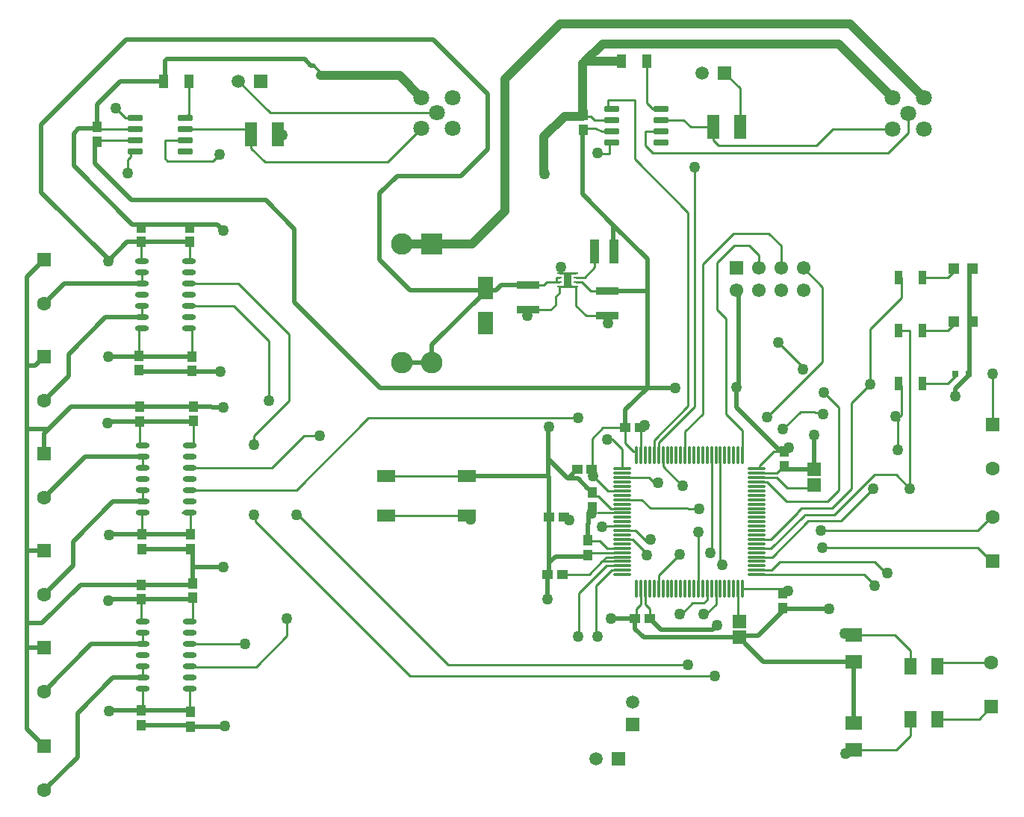
<source format=gbr>
%TF.GenerationSoftware,Altium Limited,Altium Designer,19.1.8 (144)*%
G04 Layer_Physical_Order=1*
G04 Layer_Color=255*
%FSLAX25Y25*%
%MOIN*%
%TF.FileFunction,Copper,L1,Top,Signal*%
%TF.Part,Single*%
G01*
G75*
%TA.AperFunction,SMDPad,CuDef*%
%ADD10R,0.04166X0.04749*%
%ADD11O,0.06102X0.02362*%
%ADD12R,0.03543X0.06299*%
%ADD13O,0.01181X0.08268*%
%ADD14O,0.08268X0.01181*%
%ADD15R,0.04749X0.04166*%
%ADD16R,0.04724X0.04724*%
%ADD17R,0.06127X0.05924*%
%ADD18R,0.10236X0.03740*%
%ADD19R,0.03937X0.10630*%
%ADD20R,0.03543X0.06299*%
%ADD21R,0.01968X0.01102*%
%ADD22R,0.06693X0.09843*%
%ADD23R,0.05315X0.07284*%
%ADD24R,0.07480X0.05906*%
%ADD25R,0.03150X0.03150*%
%ADD26R,0.08268X0.05512*%
%ADD27R,0.05709X0.11024*%
G04:AMPARAMS|DCode=28|XSize=25.59mil|YSize=64.96mil|CornerRadius=1.92mil|HoleSize=0mil|Usage=FLASHONLY|Rotation=90.000|XOffset=0mil|YOffset=0mil|HoleType=Round|Shape=RoundedRectangle|*
%AMROUNDEDRECTD28*
21,1,0.02559,0.06112,0,0,90.0*
21,1,0.02175,0.06496,0,0,90.0*
1,1,0.00384,0.03056,0.01088*
1,1,0.00384,0.03056,-0.01088*
1,1,0.00384,-0.03056,-0.01088*
1,1,0.00384,-0.03056,0.01088*
%
%ADD28ROUNDEDRECTD28*%
%ADD29R,0.04331X0.06496*%
%TA.AperFunction,Conductor*%
%ADD30C,0.01000*%
%ADD31C,0.01968*%
%ADD32C,0.03937*%
%TA.AperFunction,ComponentPad*%
%ADD33C,0.07087*%
%ADD34R,0.09646X0.09646*%
%ADD35C,0.09646*%
%ADD36R,0.06299X0.06299*%
%ADD37C,0.06299*%
%ADD38C,0.06102*%
%ADD39R,0.06102X0.06102*%
%ADD40R,0.05906X0.05906*%
%ADD41C,0.05906*%
%ADD42R,0.05906X0.05906*%
%TA.AperFunction,ViaPad*%
%ADD43C,0.05000*%
%ADD44C,0.07087*%
%ADD45C,0.01968*%
D10*
X82677Y263393D02*
D03*
Y256890D02*
D03*
X61024Y263393D02*
D03*
Y256890D02*
D03*
X83661Y199205D02*
D03*
Y205709D02*
D03*
X60039Y199504D02*
D03*
Y206008D02*
D03*
X41397Y308168D02*
D03*
Y301664D02*
D03*
X258228Y313581D02*
D03*
Y307078D02*
D03*
X84310Y176861D02*
D03*
Y183365D02*
D03*
X60393Y176763D02*
D03*
Y183266D02*
D03*
X82932Y46948D02*
D03*
Y40444D02*
D03*
X60984Y47637D02*
D03*
Y41133D02*
D03*
X83818Y97924D02*
D03*
Y104428D02*
D03*
X61082Y97235D02*
D03*
Y103739D02*
D03*
X83129Y126180D02*
D03*
Y119676D02*
D03*
X61180Y126180D02*
D03*
Y119676D02*
D03*
X262165Y138377D02*
D03*
Y144881D02*
D03*
X347893Y156684D02*
D03*
Y163188D02*
D03*
X260196Y123522D02*
D03*
Y117018D02*
D03*
X347401Y93396D02*
D03*
Y99900D02*
D03*
D11*
X61417Y248268D02*
D03*
Y243268D02*
D03*
Y238268D02*
D03*
Y233268D02*
D03*
Y228268D02*
D03*
Y223268D02*
D03*
Y218268D02*
D03*
X82284Y248268D02*
D03*
Y243268D02*
D03*
Y238268D02*
D03*
Y233268D02*
D03*
Y228268D02*
D03*
Y223268D02*
D03*
Y218268D02*
D03*
X82637Y57180D02*
D03*
Y62180D02*
D03*
Y67180D02*
D03*
Y72180D02*
D03*
Y77180D02*
D03*
Y82180D02*
D03*
Y87180D02*
D03*
X61771Y57180D02*
D03*
Y62180D02*
D03*
Y67180D02*
D03*
Y72180D02*
D03*
Y77180D02*
D03*
Y82180D02*
D03*
Y87180D02*
D03*
X82637Y135920D02*
D03*
Y140920D02*
D03*
Y145920D02*
D03*
Y150920D02*
D03*
Y155920D02*
D03*
Y160920D02*
D03*
Y165920D02*
D03*
X61771Y135920D02*
D03*
Y140920D02*
D03*
Y145920D02*
D03*
Y150920D02*
D03*
Y155920D02*
D03*
Y160920D02*
D03*
Y165920D02*
D03*
D12*
X409507Y241038D02*
D03*
X398877D02*
D03*
X409507Y217416D02*
D03*
X398877D02*
D03*
X409507Y193794D02*
D03*
X398877D02*
D03*
D13*
X282058Y161794D02*
D03*
X284027D02*
D03*
X285995D02*
D03*
X287964D02*
D03*
X289932D02*
D03*
X291901D02*
D03*
X293869D02*
D03*
X295838D02*
D03*
X297806D02*
D03*
X299775D02*
D03*
X301743D02*
D03*
X303712D02*
D03*
X305680D02*
D03*
X307649D02*
D03*
X309617D02*
D03*
X311586D02*
D03*
X313554D02*
D03*
X315523D02*
D03*
X317491D02*
D03*
X319460D02*
D03*
X321428D02*
D03*
X323397D02*
D03*
X325365D02*
D03*
X327334D02*
D03*
X329302D02*
D03*
Y101952D02*
D03*
X327334D02*
D03*
X325365D02*
D03*
X323397D02*
D03*
X321428D02*
D03*
X319460D02*
D03*
X317491D02*
D03*
X315523D02*
D03*
X313554D02*
D03*
X311586D02*
D03*
X309617D02*
D03*
X307649D02*
D03*
X305680D02*
D03*
X303712D02*
D03*
X301743D02*
D03*
X299775D02*
D03*
X297806D02*
D03*
X295838D02*
D03*
X293869D02*
D03*
X291901D02*
D03*
X289932D02*
D03*
X287964D02*
D03*
X285995D02*
D03*
X284027D02*
D03*
X282058D02*
D03*
D14*
X335602Y155495D02*
D03*
Y153526D02*
D03*
Y151558D02*
D03*
Y149589D02*
D03*
Y147621D02*
D03*
Y145652D02*
D03*
Y143684D02*
D03*
Y141715D02*
D03*
Y139747D02*
D03*
Y137778D02*
D03*
Y135810D02*
D03*
Y133841D02*
D03*
Y131873D02*
D03*
Y129904D02*
D03*
Y127936D02*
D03*
Y125967D02*
D03*
Y123999D02*
D03*
Y122030D02*
D03*
Y120062D02*
D03*
Y118093D02*
D03*
Y116125D02*
D03*
Y114156D02*
D03*
Y112188D02*
D03*
Y110219D02*
D03*
Y108251D02*
D03*
X275759D02*
D03*
Y110219D02*
D03*
Y112188D02*
D03*
Y114156D02*
D03*
Y116125D02*
D03*
Y118093D02*
D03*
Y120062D02*
D03*
Y122030D02*
D03*
Y123999D02*
D03*
Y125967D02*
D03*
Y127936D02*
D03*
Y129904D02*
D03*
Y131873D02*
D03*
Y133841D02*
D03*
Y135810D02*
D03*
Y137778D02*
D03*
Y139747D02*
D03*
Y141715D02*
D03*
Y143684D02*
D03*
Y145652D02*
D03*
Y147621D02*
D03*
Y149589D02*
D03*
Y151558D02*
D03*
Y153526D02*
D03*
Y155495D02*
D03*
D15*
X262070Y155310D02*
D03*
X255566D02*
D03*
X243066Y134050D02*
D03*
X249570D02*
D03*
X283527Y173912D02*
D03*
X277023D02*
D03*
X248881Y108164D02*
D03*
X242377D02*
D03*
X287956Y88676D02*
D03*
X281452D02*
D03*
D16*
X423680Y244975D02*
D03*
X431948D02*
D03*
X423680Y221353D02*
D03*
X431948D02*
D03*
D17*
X361180Y148319D02*
D03*
Y155411D02*
D03*
X327814Y80208D02*
D03*
Y87301D02*
D03*
D18*
X268818Y235034D02*
D03*
Y224010D02*
D03*
X233523Y237593D02*
D03*
Y226570D02*
D03*
D19*
X263444Y252751D02*
D03*
X272106D02*
D03*
D20*
X251401Y240042D02*
D03*
D21*
X255141Y242995D02*
D03*
Y241026D02*
D03*
Y239058D02*
D03*
Y237089D02*
D03*
X247661D02*
D03*
Y239058D02*
D03*
Y241026D02*
D03*
Y242995D02*
D03*
D22*
X214567Y220473D02*
D03*
Y236221D02*
D03*
D23*
X416342Y67416D02*
D03*
X404334D02*
D03*
X416342Y43794D02*
D03*
X404334D02*
D03*
D24*
X378842Y81196D02*
D03*
Y69385D02*
D03*
Y41826D02*
D03*
Y30015D02*
D03*
D25*
X424468Y197830D02*
D03*
X430373D02*
D03*
D26*
X206259Y152357D02*
D03*
Y134641D02*
D03*
X170432D02*
D03*
Y152357D02*
D03*
D27*
X316299Y308262D02*
D03*
X328306D02*
D03*
X110098Y305113D02*
D03*
X122105D02*
D03*
D28*
X293125Y301333D02*
D03*
Y306333D02*
D03*
Y311333D02*
D03*
Y316334D02*
D03*
X270881Y301333D02*
D03*
Y306333D02*
D03*
Y311333D02*
D03*
Y316334D02*
D03*
X80668Y297239D02*
D03*
Y302239D02*
D03*
Y307239D02*
D03*
Y312239D02*
D03*
X58425Y297239D02*
D03*
Y302239D02*
D03*
Y307239D02*
D03*
Y312239D02*
D03*
D29*
X286672Y337692D02*
D03*
X275452D02*
D03*
X82342Y328735D02*
D03*
X71121D02*
D03*
D30*
X162465Y178150D02*
X255906D01*
X130236Y145920D02*
X162465Y178150D01*
X430570Y197534D02*
X430767Y197731D01*
X257932Y312987D02*
X261574D01*
X247661Y242995D02*
X251401D01*
X255141D01*
X251401Y237191D02*
X253022D01*
X247622Y236991D02*
X255043D01*
X247622D02*
Y237089D01*
X293869Y156479D02*
X302420Y147928D01*
X41397Y307574D02*
X42669Y308845D01*
X41200Y307574D02*
X41397D01*
X83818Y183660D02*
X84212Y183266D01*
X133725Y170276D02*
X140748D01*
X119369Y155920D02*
X133725Y170276D01*
X308071Y183361D02*
Y290354D01*
X291901Y167191D02*
X308071Y183361D01*
X269448Y316334D02*
Y320172D01*
X305078Y183558D02*
Y270074D01*
X269842Y296156D02*
Y301333D01*
X264920Y297193D02*
X265957Y296156D01*
X246322Y239058D02*
Y241026D01*
X82243Y47637D02*
X82637Y48030D01*
X240511Y237593D02*
X241975Y239058D01*
X214567Y234646D02*
Y235433D01*
X140905Y331393D02*
Y332741D01*
X138058Y335587D02*
X140905Y332741D01*
X9843Y119095D02*
X9843Y119095D01*
X61417Y223268D02*
Y228268D01*
Y238268D02*
Y243268D01*
X111221Y170276D02*
X126969Y186024D01*
X111221Y166339D02*
Y170276D01*
X82284Y238268D02*
X104252D01*
X126969Y215551D01*
Y186024D02*
Y215551D01*
X111986Y132109D02*
X181102Y62992D01*
X111986Y132109D02*
Y134077D01*
X111221Y134843D02*
X111986Y134077D01*
X181102Y62992D02*
X316929D01*
X102441Y228268D02*
X118110Y212598D01*
X118110D01*
Y186024D02*
Y212598D01*
X130905Y134843D02*
X197835Y67913D01*
X130413Y134843D02*
X130905D01*
X197835Y67913D02*
X305118D01*
X82284Y228268D02*
X102441D01*
X264035Y81438D02*
Y103332D01*
Y81438D02*
X264764Y80709D01*
X256456Y81259D02*
Y99897D01*
X255906Y80709D02*
X256456Y81259D01*
X312008Y90551D02*
X312992D01*
X311024D02*
X312008D01*
X312008Y95472D02*
X313554Y97019D01*
X307087Y95472D02*
X312008D01*
X302165Y90551D02*
X307087Y95472D01*
X313554Y97019D02*
Y101952D01*
X257932Y307672D02*
X263722D01*
X41220Y302239D02*
X58425D01*
X40216Y301274D02*
X41200Y302259D01*
X312992Y90551D02*
X317491Y95051D01*
Y101952D01*
X82284Y218268D02*
X83032D01*
X83661Y217638D01*
Y205709D02*
Y217638D01*
X60669Y218268D02*
X61417D01*
X60039Y217638D02*
X60669Y218268D01*
X60039Y206008D02*
Y217638D01*
Y199504D02*
X60725Y198819D01*
X82284Y248268D02*
X82677Y248661D01*
Y256890D01*
X61024Y248661D02*
X61417Y248268D01*
X61024Y248661D02*
Y256890D01*
X440945Y175197D02*
Y197835D01*
X440945Y197835D02*
X440945Y197835D01*
X361221Y181102D02*
X361853Y180470D01*
X364805D01*
X365158Y180118D01*
X355315Y181102D02*
X361221D01*
X347441Y173228D02*
X355315Y181102D01*
X304953Y137960D02*
X305118Y137795D01*
X310039D01*
X288221Y137960D02*
X304953D01*
X284466Y141715D02*
X288221Y137960D01*
X275759Y141715D02*
X284466D01*
X265314Y129904D02*
X275759D01*
X291901Y107881D02*
X301289Y117269D01*
X434310Y127849D02*
X440314Y133853D01*
X434212Y120271D02*
X440314Y114168D01*
X416342Y67416D02*
X417818Y68893D01*
X440314D01*
X434901Y43794D02*
X440314Y49207D01*
X416342Y43794D02*
X434901D01*
X356476Y245329D02*
X365019Y236786D01*
X336476Y245329D02*
Y251078D01*
X332243Y255310D02*
X336476Y251078D01*
X325649Y255310D02*
X332243D01*
X317972Y247633D02*
X325649Y255310D01*
X317972Y226471D02*
Y247633D01*
Y226471D02*
X321810Y222633D01*
X372352Y146009D02*
Y182918D01*
X349074Y140940D02*
X367283D01*
X372352Y146009D01*
X365708Y189562D02*
X372352Y182918D01*
X400156Y231891D02*
Y241038D01*
X377913Y184881D02*
X386322Y193291D01*
X377913Y146550D02*
Y184881D01*
X369464Y138101D02*
X377913Y146550D01*
X355620Y138101D02*
X369464D01*
X388149Y152849D02*
X397864D01*
X370432Y135133D02*
X388149Y152849D01*
X356850Y135133D02*
X370432D01*
X340424Y149589D02*
X349074Y140940D01*
X335602Y149589D02*
X340424D01*
X355373Y200881D02*
X356288Y199966D01*
X355373Y200881D02*
Y201865D01*
X345334Y211904D02*
X355373Y201865D01*
X346476Y245329D02*
Y255349D01*
X341102Y260723D02*
X346476Y255349D01*
X325354Y260723D02*
X341102D01*
X311476Y246845D02*
X325354Y260723D01*
X311476Y180015D02*
Y246845D01*
X303712Y172251D02*
X311476Y180015D01*
X303712Y161794D02*
Y172251D01*
X398483Y176905D02*
X399202Y177623D01*
X399661Y179030D02*
X400156Y179525D01*
Y192514D01*
X397795Y179030D02*
X399202Y177623D01*
X397795Y179030D02*
X399661D01*
X409507Y193794D02*
X420924D01*
X398877Y193794D02*
X400156Y192514D01*
X264035Y103332D02*
X270922Y110219D01*
X275759D01*
X256456Y99897D02*
X268747Y112188D01*
X275759D01*
X82637Y155920D02*
X119369D01*
X82637Y145920D02*
X130236D01*
X61771Y77180D02*
Y82180D01*
Y155920D02*
Y160920D01*
X59400Y39258D02*
X60984Y40841D01*
Y41133D01*
X268858Y168696D02*
X271220D01*
X246322Y241026D02*
X247661D01*
X247622Y234173D02*
Y236991D01*
X245822Y232373D02*
X247622Y234173D01*
X245822Y228731D02*
Y232373D01*
X267086Y173912D02*
X277023D01*
X262165Y168991D02*
X267086Y173912D01*
X262165Y155404D02*
Y168991D01*
X264625Y296747D02*
Y296897D01*
X264920Y297193D01*
X335602Y108251D02*
X383633D01*
X387263Y104621D01*
X345818Y101775D02*
X347401Y100192D01*
X345526Y101775D02*
X345818D01*
X345350Y101952D02*
X345526Y101775D01*
X329302Y101952D02*
X345350D01*
X373271Y132164D02*
X387755Y146648D01*
X335602Y120062D02*
X342138D01*
X356850Y134773D01*
X358606Y132164D02*
X373271D01*
X342566Y116125D02*
X358606Y132164D01*
X356850Y134773D02*
Y135133D01*
X353881Y136362D02*
X355620Y138101D01*
X353881Y136003D02*
Y136362D01*
X341877Y123999D02*
X353881Y136003D01*
X104290Y328735D02*
X118534Y314492D01*
X92972Y293007D02*
X95826Y295861D01*
X72795Y293007D02*
X92972D01*
X71613Y294188D02*
X72795Y293007D01*
X82637Y77180D02*
X85711D01*
X82637D02*
X82657Y77160D01*
X61771Y62180D02*
Y67180D01*
X82657Y77160D02*
X107342D01*
X293869Y156479D02*
Y161794D01*
X321810Y180113D02*
Y222633D01*
Y180113D02*
X329302Y172621D01*
Y161794D02*
Y172621D01*
X398483Y163873D02*
Y176905D01*
X397864Y152849D02*
X403922Y146791D01*
X335602Y116125D02*
X342566D01*
X335602Y123999D02*
X341877D01*
X330378Y77645D02*
Y77746D01*
X327916Y80208D02*
X330378Y77746D01*
X327814Y80208D02*
X327916D01*
X315511Y119680D02*
X315523Y119692D01*
X309704Y107771D02*
Y127160D01*
X309617Y107684D02*
X309704Y107771D01*
X315523Y119692D02*
Y161794D01*
X319460Y112790D02*
Y161794D01*
X364428Y127849D02*
X434310D01*
X364822Y120271D02*
X434212D01*
X309617Y101952D02*
Y107684D01*
X291901Y101952D02*
Y107881D01*
X53857Y312239D02*
X58425D01*
X49566Y316530D02*
X53857Y312239D01*
X54979Y287495D02*
Y293794D01*
X56231Y295045D01*
Y296459D01*
X57010Y297239D01*
X58425D01*
X388149Y114070D02*
X392578Y109641D01*
X346121Y114070D02*
X388149D01*
X342271Y110219D02*
X346121Y114070D01*
X335602Y110219D02*
X342271D01*
X281259Y293893D02*
X305078Y270074D01*
X289932Y168412D02*
X305078Y183558D01*
X82795Y67022D02*
X112165D01*
X82637Y67180D02*
X82795Y67022D01*
X112165D02*
X126042Y80900D01*
Y88479D01*
X266582Y114156D02*
X268550Y116125D01*
X275759D01*
X280223Y123964D02*
X286279Y117908D01*
X275794Y123964D02*
X280223D01*
X275759Y123999D02*
X275794Y123964D01*
X281763Y127936D02*
X286574Y123125D01*
X275759Y127936D02*
X281763D01*
X275747Y127947D02*
Y127948D01*
Y127947D02*
X275759Y127936D01*
X365019Y203341D02*
Y236786D01*
X340216Y178538D02*
X365019Y203341D01*
X346216Y163188D02*
X347893D01*
X343294D02*
X346216D01*
X271220Y168696D02*
X275759Y164156D01*
X287668Y151558D02*
X290019Y149207D01*
X275759Y151558D02*
X287668D01*
X275759Y155495D02*
Y164156D01*
X347401Y99900D02*
Y100192D01*
X327334Y87781D02*
X327814Y87301D01*
X327334Y87781D02*
Y101952D01*
X287956Y88676D02*
Y93101D01*
X285995Y95062D02*
X287956Y93101D01*
X285995Y95062D02*
Y101952D01*
X282047Y89270D02*
Y93105D01*
X281452Y88676D02*
X282047Y89270D01*
Y93105D02*
X284027Y95086D01*
Y101952D01*
X242377Y97440D02*
X242381Y97436D01*
X327814Y80208D02*
X328506Y80900D01*
X361180Y170566D02*
X361180Y170566D01*
X349172Y147042D02*
X359904D01*
X361180Y148319D01*
X344657Y151558D02*
X349172Y147042D01*
X335602Y151558D02*
X344657D01*
X262603Y152313D02*
Y154777D01*
X337106Y157000D02*
X343294Y163188D01*
X337106Y155579D02*
Y157000D01*
X337023Y155495D02*
X337106Y155579D01*
X335602Y155495D02*
X337023D01*
X347893Y156684D02*
X349166Y155411D01*
X344735Y153526D02*
X346018Y154809D01*
X346310D01*
X347893Y156393D01*
Y156684D01*
X335602Y153526D02*
X344735D01*
X283527Y173912D02*
X284027Y173412D01*
Y161794D02*
Y173412D01*
X277023Y166830D02*
Y173912D01*
Y166830D02*
X280554Y163299D01*
X281975D01*
X282058Y163215D01*
Y161794D02*
Y163215D01*
X242377Y108164D02*
X243066Y108853D01*
X259610Y116432D02*
X260196Y117018D01*
X249176Y108459D02*
X260885D01*
X248881Y108164D02*
X249176Y108459D01*
X260885D02*
X266582Y114156D01*
X275759D01*
X262603Y152313D02*
X269263Y145652D01*
X262070Y155310D02*
X262603Y154777D01*
X269263Y145652D02*
X275759D01*
X263748Y143229D02*
X265092D01*
X262165Y144812D02*
X263748Y143229D01*
X262165Y144812D02*
Y144881D01*
X265092Y143229D02*
X270543Y137778D01*
X275759D01*
X264732Y135810D02*
X275759D01*
X260495Y123223D02*
X265806D01*
X260196Y123522D02*
X260495Y123223D01*
X265806D02*
X268968Y120062D01*
X275759D01*
X260196Y117018D02*
X261271Y118093D01*
X275759D01*
X206259Y134641D02*
X207440Y133459D01*
X260290Y146755D02*
X260581D01*
X262165Y145172D01*
Y144881D02*
Y145172D01*
X253692Y153727D02*
X255275Y155310D01*
X255566D01*
X118534Y314492D02*
X193099D01*
X71613Y294188D02*
Y302239D01*
X80668D01*
Y307239D02*
X107972D01*
X110098Y305113D01*
Y298617D02*
X116200Y292515D01*
X110098Y298617D02*
Y305113D01*
X116200Y292515D02*
X171121D01*
X186139Y307532D01*
X41200Y302259D02*
X41220Y302239D01*
X41200Y307574D02*
X41535Y307239D01*
X58425D01*
X46515Y47436D02*
X46716Y47637D01*
X46417Y96550D02*
X47102Y97235D01*
X46515Y125881D02*
X46814Y126180D01*
X45924Y176077D02*
X46610Y176763D01*
X98283Y40444D02*
X98385Y40546D01*
X83818Y111707D02*
X84015Y111904D01*
X83129Y119676D02*
X83818Y118987D01*
X60984Y47637D02*
X61771Y48424D01*
Y57180D01*
X82637Y48030D02*
Y57180D01*
X61711Y87180D02*
X61771D01*
X61082Y87809D02*
X61711Y87180D01*
X61082Y87809D02*
Y97235D01*
X82637Y87180D02*
X83189D01*
X83818Y87809D01*
Y97924D01*
X82637Y135920D02*
X83129Y135428D01*
Y126180D02*
Y135428D01*
X61180Y135330D02*
X61771Y135920D01*
X61180Y126180D02*
Y135330D01*
X61022Y165920D02*
X61771D01*
X60393Y166549D02*
X61022Y165920D01*
X60393Y166549D02*
Y176763D01*
X82637Y165920D02*
X83681D01*
X84310Y166549D01*
Y176861D01*
X82243Y41133D02*
X82932Y40444D01*
X83129Y97235D02*
X83818Y97924D01*
X83129Y103739D02*
X83818Y104428D01*
X84212Y176763D02*
X84310Y176861D01*
X71613Y337893D02*
X72199Y338479D01*
X71121Y328735D02*
X71613Y329227D01*
X79322Y135920D02*
X82637D01*
X61771Y140920D02*
Y145920D01*
X269448Y320172D02*
X281259D01*
X269448Y316334D02*
X270881D01*
X281259Y293893D02*
Y320172D01*
X269842Y301333D02*
X270881D01*
X265957Y296156D02*
X269842D01*
X289932Y161794D02*
Y168412D01*
X286771Y235034D02*
X286869Y234936D01*
X291901Y161794D02*
Y167191D01*
X362426Y299995D02*
X369738Y307307D01*
X318718Y299995D02*
X362426D01*
X316299Y302414D02*
X318718Y299995D01*
X289330Y296648D02*
X394464D01*
X286082Y299897D02*
X289330Y296648D01*
X286082Y299897D02*
Y306333D01*
X394464Y296648D02*
X403306Y305491D01*
X286082Y306333D02*
X293125D01*
X259507Y224010D02*
X268818D01*
X241975Y239058D02*
X246322D01*
X251401Y241617D02*
Y242995D01*
Y240042D02*
Y241617D01*
Y238467D02*
Y240042D01*
Y237191D02*
Y238467D01*
X246322Y239058D02*
X247661D01*
X261574Y312987D02*
X263227Y311333D01*
X270881D01*
X408227Y193794D02*
X409507D01*
X420924D02*
X424861Y197731D01*
X408227Y217416D02*
X420924D01*
X424861Y221353D01*
X408227Y241038D02*
X420924D01*
X424861Y244975D01*
X328306Y308262D02*
Y325522D01*
X321373Y332455D02*
X328306Y325522D01*
X403306Y305491D02*
Y314266D01*
X82342Y313912D02*
Y328735D01*
X80668Y312239D02*
X82342Y313912D01*
X400156Y217416D02*
X403922D01*
Y146791D02*
Y217416D01*
X263722Y307672D02*
X266732Y306333D01*
X270881D01*
X271771Y252751D02*
X272106D01*
X386322Y218057D02*
X400156Y231891D01*
X386322Y193291D02*
Y218057D01*
X263444Y245491D02*
Y252751D01*
X258979Y241026D02*
X263444Y245491D01*
X255141Y241026D02*
X258979D01*
X247622Y237089D02*
X247661D01*
X255043Y236991D02*
X255141Y237089D01*
X253124D02*
X255141D01*
X253022Y237191D02*
X253124Y237089D01*
X369738Y307307D02*
X396347D01*
X316299Y302414D02*
Y308262D01*
X378842Y30015D02*
X397957D01*
X404334Y36391D01*
Y43794D01*
X378842Y81196D02*
X397322D01*
X404334Y74184D01*
Y67416D02*
Y74184D01*
X289322Y316334D02*
X293125D01*
X286672Y318983D02*
X289322Y316334D01*
X286672Y318983D02*
Y337692D01*
X306193Y308262D02*
X316299D01*
X303122Y311333D02*
X306193Y308262D01*
X293125Y311333D02*
X303122D01*
X233523Y237593D02*
X240511D01*
X170432Y152357D02*
X206259D01*
X233523Y226570D02*
X243661D01*
X245822Y228731D01*
X255141Y228377D02*
Y237089D01*
Y228377D02*
X259507Y224010D01*
X170432Y134641D02*
X206259D01*
X261535Y235034D02*
X268818D01*
X257511Y239058D02*
X261535Y235034D01*
X255141Y239058D02*
X257511D01*
D31*
X430767Y197731D02*
Y244975D01*
X336279Y80900D02*
X348385Y93007D01*
X57045Y264764D02*
X94935D01*
X60725Y198819D02*
X96457D01*
X41200Y307574D02*
Y318204D01*
X84212Y183266D02*
X92328D01*
X242479Y173582D02*
X243110Y174213D01*
X242479Y160129D02*
Y173582D01*
X214567Y235433D02*
X219413D01*
X180905D02*
X214567D01*
X46260Y205709D02*
X83661D01*
X167323Y249016D02*
X180905Y235433D01*
X167323Y278543D02*
X175197Y286417D01*
X167323Y249016D02*
Y278543D01*
X190748Y210827D02*
X214567Y234646D01*
X175197Y286417D02*
X203740D01*
X215551Y298228D01*
Y322835D01*
X191245Y347141D02*
X215551Y322835D01*
X54290Y347141D02*
X191245D01*
X221574Y237593D02*
X233523D01*
X219413Y235433D02*
X221574Y237593D01*
X190748Y202815D02*
Y210827D01*
X177362Y202815D02*
X190748D01*
X9843Y201772D02*
Y241142D01*
Y173228D02*
Y201772D01*
X13780D01*
X17717Y205709D01*
X9843Y241142D02*
X17717Y249016D01*
X9843Y75787D02*
X17717D01*
X9843D02*
Y86614D01*
X17717Y171260D02*
X19685Y173228D01*
X17717Y162402D02*
Y171260D01*
X9843Y86614D02*
Y119095D01*
Y86614D02*
X16732D01*
X9843Y119095D02*
Y173228D01*
X9843Y119095D02*
X17717D01*
X9843Y39370D02*
Y75787D01*
Y39370D02*
X17717Y31496D01*
X61082Y103739D02*
X83129D01*
X33857D02*
X61082D01*
X16732Y86614D02*
X33857Y103739D01*
X9843Y173228D02*
X19685D01*
X29723Y183266D01*
X17717Y56102D02*
X38794Y77180D01*
X61771D01*
X17717Y11811D02*
X32480Y26575D01*
Y46260D01*
X48400Y62180D01*
X61771D01*
X17717Y99410D02*
X30512Y112205D01*
Y123031D01*
X48401Y140920D01*
X61771D01*
X17717Y142717D02*
X35920Y160920D01*
X17717Y186024D02*
X28543Y196850D01*
Y206693D01*
X45118Y223268D01*
X61417D01*
X17717Y229331D02*
X26654Y238268D01*
X61417D01*
X271771Y252751D02*
Y264404D01*
X257932Y278243D02*
Y307672D01*
X260787Y131196D02*
Y135625D01*
X315945Y83661D02*
X317913Y85630D01*
X292970Y83661D02*
X315945D01*
X287956Y88676D02*
X292970Y83661D01*
X61024Y256890D02*
X82677D01*
X54685D02*
X61024D01*
X46260Y248465D02*
X54685Y256890D01*
X94935Y264764D02*
X97795Y261904D01*
X30865Y290944D02*
X57045Y264764D01*
X16397Y279129D02*
X46260Y249266D01*
Y248465D02*
Y249266D01*
X424213Y187992D02*
Y191177D01*
X430570Y197534D01*
X60599Y119095D02*
X61180Y119676D01*
X326476Y235330D02*
X327519Y234286D01*
Y192810D02*
Y234286D01*
X29723Y183266D02*
X60393D01*
X92529Y183066D02*
X97795D01*
X92328Y183266D02*
X92529Y183066D01*
X35920Y160920D02*
X61771D01*
X30865Y290944D02*
Y305310D01*
X330378Y77645D02*
X338638Y69385D01*
X378842D01*
Y41826D02*
Y69385D01*
X41200Y318204D02*
X51732Y328735D01*
X286869Y191727D02*
X299271D01*
X286869Y191727D02*
X286869Y191727D01*
X326535Y182869D02*
X346216Y163188D01*
X326535Y182869D02*
Y191826D01*
X242479Y152357D02*
X243066Y151770D01*
Y134050D02*
Y151770D01*
X206259Y152357D02*
X242479D01*
Y160129D01*
X281452Y83955D02*
Y88676D01*
Y83955D02*
X285199Y80208D01*
X327814D01*
X242377Y97440D02*
Y108164D01*
X270531Y88676D02*
X281452D01*
X328506Y80900D02*
X336279D01*
X348385Y93007D02*
X367972D01*
X361180Y155411D02*
Y170566D01*
X326535Y191826D02*
X327519Y192810D01*
X349166Y155411D02*
X361180D01*
X242479Y160129D02*
X251432Y151176D01*
X243066Y113672D02*
X245826Y116432D01*
X243066Y113672D02*
Y134050D01*
Y108853D02*
Y113672D01*
X245826Y116432D02*
X259610D01*
X260196Y130605D02*
X260787Y131196D01*
X260196Y123522D02*
Y130605D01*
X277023Y173912D02*
Y181881D01*
X251432Y151176D02*
X255869D01*
X260290Y146755D01*
X251432Y151176D02*
X253692Y153435D01*
Y153727D01*
X40216Y291826D02*
Y301274D01*
Y291826D02*
X56554Y275487D01*
X116692Y275487D01*
X129389Y262790D01*
Y229916D02*
Y262790D01*
Y229916D02*
X167578Y191727D01*
X286869D01*
X46716Y47637D02*
X60984D01*
X47102Y97235D02*
X61082D01*
X46814Y126180D02*
X61180D01*
X46610Y176763D02*
X60393D01*
X16397Y279129D02*
Y309247D01*
X54290Y347141D01*
X82932Y40444D02*
X98283D01*
X84507Y111609D02*
X97598D01*
X84409Y111511D02*
X84507Y111609D01*
X84015Y111904D02*
X84409Y111511D01*
X83818Y111707D02*
Y118987D01*
Y104428D02*
Y111707D01*
X61180Y119676D02*
X83129D01*
X60984Y41133D02*
X82243D01*
X60984Y47637D02*
X82243D01*
X61082Y97235D02*
X83129D01*
X61180Y126180D02*
X83129D01*
X60393Y183266D02*
X84212D01*
X60393Y176763D02*
X84212D01*
X30865Y305310D02*
X33129Y307574D01*
X41200D01*
X51732Y328735D02*
X71121D01*
X71613Y329227D02*
Y337893D01*
X72199Y338479D02*
X133818D01*
X136710Y335587D01*
X138058D01*
X257932Y336501D02*
X259123Y337692D01*
X286869Y234936D02*
Y249306D01*
Y191727D02*
Y234936D01*
X268818Y235034D02*
X286771D01*
X277023Y181881D02*
X286869Y191727D01*
X257932Y278243D02*
X271771Y264404D01*
X286869Y249306D01*
D32*
X257932Y312987D02*
Y336501D01*
X240806Y287402D02*
Y303867D01*
X372179Y345394D02*
X396347Y321226D01*
X266825Y345394D02*
X372179D01*
X177362Y255847D02*
X190748D01*
X208602D01*
X377162Y354331D02*
X410266Y321226D01*
X248031Y354331D02*
X377162D01*
X223425Y329724D02*
X248031Y354331D01*
X223425Y270669D02*
Y329724D01*
X208602Y255847D02*
X223425Y270669D01*
X259123Y337692D02*
X266825Y345394D01*
X249926Y312987D02*
X257932D01*
X140905Y331393D02*
X176198D01*
X186139Y321451D01*
X240806Y303867D02*
X249926Y312987D01*
X259123Y337692D02*
X275452D01*
D33*
X403306Y314266D02*
D03*
X396347Y307307D02*
D03*
Y321226D02*
D03*
X410266Y307307D02*
D03*
X410266Y321226D02*
D03*
X200058Y321451D02*
D03*
Y307532D02*
D03*
X186139Y321451D02*
D03*
Y307532D02*
D03*
X193099Y314492D02*
D03*
D34*
X190748Y255847D02*
D03*
D35*
Y202815D02*
D03*
X177362Y255847D02*
D03*
Y202815D02*
D03*
D36*
X17717Y205709D02*
D03*
X440945Y114173D02*
D03*
X17717Y249016D02*
D03*
X440945Y175197D02*
D03*
X17717Y162402D02*
D03*
Y119095D02*
D03*
Y75787D02*
D03*
Y31496D02*
D03*
X440314Y49207D02*
D03*
D37*
X17717Y186024D02*
D03*
X440945Y133858D02*
D03*
X17717Y229331D02*
D03*
X440945Y155512D02*
D03*
X17717Y142717D02*
D03*
Y99410D02*
D03*
Y56102D02*
D03*
Y11811D02*
D03*
X440314Y68893D02*
D03*
D38*
X356476Y235330D02*
D03*
X346476D02*
D03*
X336476D02*
D03*
X326476D02*
D03*
X356476Y245329D02*
D03*
X346476D02*
D03*
X336476D02*
D03*
D39*
X326476D02*
D03*
D40*
X274035Y25979D02*
D03*
X321373Y332455D02*
D03*
X114290Y328735D02*
D03*
D41*
X264035Y25979D02*
D03*
X280275Y51274D02*
D03*
X311373Y332455D02*
D03*
X104290Y328735D02*
D03*
D42*
X280275Y41274D02*
D03*
D43*
X248425Y245669D02*
D03*
X255906Y178150D02*
D03*
X243110Y174213D02*
D03*
X140748Y170276D02*
D03*
X308071Y290354D02*
D03*
X241142Y287402D02*
D03*
X214567Y220473D02*
D03*
X111221Y166339D02*
D03*
Y134843D02*
D03*
X118110Y186024D02*
D03*
X130413Y134843D02*
D03*
X264764Y80709D02*
D03*
X255906D02*
D03*
X316929Y62992D02*
D03*
X305118Y67913D02*
D03*
X301181Y90551D02*
D03*
X317913Y85630D02*
D03*
X312008Y90551D02*
D03*
X96457Y198819D02*
D03*
X46260Y205709D02*
D03*
Y248465D02*
D03*
X440945Y197835D02*
D03*
X365158Y180118D02*
D03*
X347441Y173228D02*
D03*
X310039Y137795D02*
D03*
X424213Y187992D02*
D03*
X365708Y189562D02*
D03*
X356288Y199966D02*
D03*
X345334Y211904D02*
D03*
X397795Y179030D02*
D03*
X97795Y183066D02*
D03*
X268858Y168696D02*
D03*
X264625Y296747D02*
D03*
X95826Y295861D02*
D03*
X107342Y77160D02*
D03*
X302617Y148125D02*
D03*
X398483Y163873D02*
D03*
X387755Y146648D02*
D03*
X374960Y81885D02*
D03*
X375255Y28341D02*
D03*
X320432Y112495D02*
D03*
X315117Y118007D02*
D03*
X309704Y127160D02*
D03*
X301239Y117318D02*
D03*
X364428Y127849D02*
D03*
X364822Y120271D02*
D03*
X49566Y316530D02*
D03*
X54979Y287495D02*
D03*
X388149Y103440D02*
D03*
X393858Y109050D02*
D03*
X299271Y191727D02*
D03*
X126042Y88479D02*
D03*
X288149Y124109D02*
D03*
X286476Y116826D02*
D03*
X340216Y178538D02*
D03*
X291692Y149404D02*
D03*
X262603Y152313D02*
D03*
X349665Y100881D02*
D03*
X349861Y164857D02*
D03*
X242381Y97436D02*
D03*
X270531Y88676D02*
D03*
X367972Y93007D02*
D03*
X361180Y170566D02*
D03*
X326535Y191826D02*
D03*
X285787Y175093D02*
D03*
X208129Y132869D02*
D03*
X252125Y132672D02*
D03*
X266594Y129522D02*
D03*
X262066Y135625D02*
D03*
X124074Y304719D02*
D03*
X45924Y176077D02*
D03*
X46515Y125881D02*
D03*
X46417Y96550D02*
D03*
X46515Y47436D02*
D03*
X97598Y111609D02*
D03*
X97795Y261904D02*
D03*
X98385Y40546D02*
D03*
X233326Y224109D02*
D03*
X269350Y220566D02*
D03*
X403922Y146791D02*
D03*
X386322Y193291D02*
D03*
D44*
X410266Y321226D02*
D03*
X410266Y307307D02*
D03*
X396347Y321226D02*
D03*
Y307307D02*
D03*
X403306Y314266D02*
D03*
X193099Y314492D02*
D03*
X186139Y307532D02*
D03*
Y321451D02*
D03*
X200058Y307532D02*
D03*
Y321451D02*
D03*
D45*
X251401Y241617D02*
D03*
Y238467D02*
D03*
%TF.MD5,f131cd0d352a4e1ac8fb1fbff8e3ae42*%
M02*

</source>
